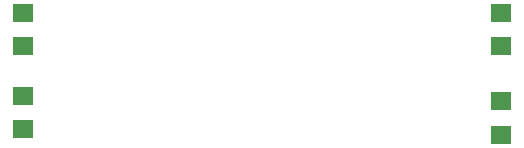
<source format=gbr>
G04 EAGLE Gerber RS-274X export*
G75*
%MOMM*%
%FSLAX34Y34*%
%LPD*%
%INSolderpaste Bottom*%
%IPPOS*%
%AMOC8*
5,1,8,0,0,1.08239X$1,22.5*%
G01*
%ADD10R,1.803000X1.600000*%


D10*
X100000Y30780D03*
X100000Y59220D03*
X100000Y100780D03*
X100000Y129220D03*
X505000Y25780D03*
X505000Y54220D03*
X505000Y100780D03*
X505000Y129220D03*
M02*

</source>
